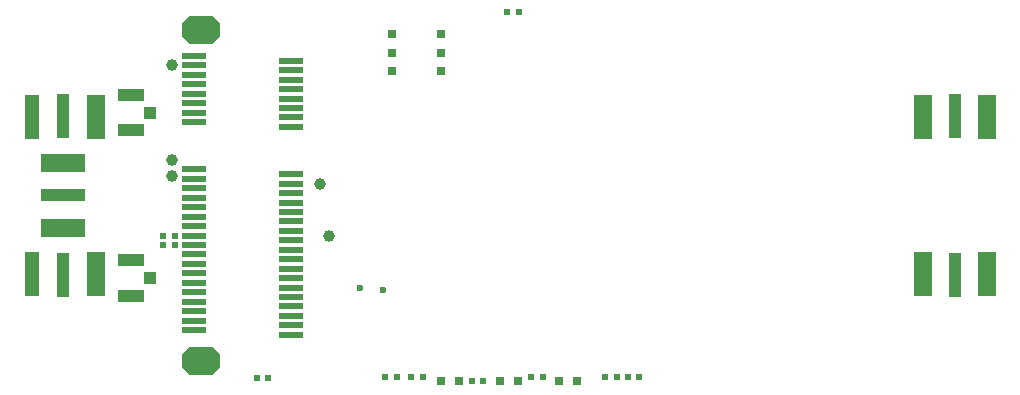
<source format=gtp>
G04*
G04 #@! TF.GenerationSoftware,Altium Limited,Altium Designer,18.1.6 (161)*
G04*
G04 Layer_Color=8421504*
%FSLAX24Y24*%
%MOIN*%
G70*
G01*
G75*
%ADD16R,0.0787X0.0197*%
%ADD17R,0.0197X0.0197*%
%ADD18R,0.0866X0.0433*%
%ADD19R,0.0413X0.0394*%
%ADD20C,0.0394*%
%ADD21R,0.0315X0.0315*%
%ADD22R,0.0315X0.0276*%
%ADD23R,0.1496X0.0591*%
%ADD24R,0.1457X0.0394*%
%ADD25R,0.0394X0.1457*%
%ADD26R,0.0591X0.1496*%
%ADD27R,0.0512X0.1496*%
G04:AMPARAMS|DCode=28|XSize=90.6mil|YSize=126mil|CornerRadius=0mil|HoleSize=0mil|Usage=FLASHONLY|Rotation=270.000|XOffset=0mil|YOffset=0mil|HoleType=Round|Shape=Octagon|*
%AMOCTAGOND28*
4,1,8,0.0630,0.0226,0.0630,-0.0226,0.0404,-0.0453,-0.0404,-0.0453,-0.0630,-0.0226,-0.0630,0.0226,-0.0404,0.0453,0.0404,0.0453,0.0630,0.0226,0.0*
%
%ADD28OCTAGOND28*%

%ADD29C,0.0236*%
G54D16*
X70433Y25669D02*
D03*
Y25984D02*
D03*
Y28504D02*
D03*
Y29449D02*
D03*
Y29764D02*
D03*
Y30079D02*
D03*
Y30394D02*
D03*
Y30709D02*
D03*
X73661Y30551D02*
D03*
Y30236D02*
D03*
Y29921D02*
D03*
Y29606D02*
D03*
Y29291D02*
D03*
Y28976D02*
D03*
Y28661D02*
D03*
Y28346D02*
D03*
Y26772D02*
D03*
Y26457D02*
D03*
Y26142D02*
D03*
Y25827D02*
D03*
Y25512D02*
D03*
Y25197D02*
D03*
Y24882D02*
D03*
Y24567D02*
D03*
Y24252D02*
D03*
Y23937D02*
D03*
Y23622D02*
D03*
Y23307D02*
D03*
Y22992D02*
D03*
Y22677D02*
D03*
Y22362D02*
D03*
Y22047D02*
D03*
Y21732D02*
D03*
Y21417D02*
D03*
X70433Y21575D02*
D03*
Y21890D02*
D03*
Y22205D02*
D03*
Y22520D02*
D03*
Y22835D02*
D03*
Y23150D02*
D03*
Y23465D02*
D03*
Y23780D02*
D03*
Y24094D02*
D03*
Y24409D02*
D03*
Y24724D02*
D03*
Y25039D02*
D03*
Y25354D02*
D03*
Y26299D02*
D03*
Y26614D02*
D03*
Y26929D02*
D03*
Y29134D02*
D03*
Y28819D02*
D03*
G54D17*
X69400Y24724D02*
D03*
X69793D02*
D03*
X69400Y24409D02*
D03*
X69793D02*
D03*
X84114Y20000D02*
D03*
X84508D02*
D03*
X79675Y19872D02*
D03*
X80069D02*
D03*
X76782Y20010D02*
D03*
X77175D02*
D03*
X78051D02*
D03*
X77657D02*
D03*
X81654Y20000D02*
D03*
X82047D02*
D03*
X84872Y20000D02*
D03*
X85266D02*
D03*
X81260Y32175D02*
D03*
X80866D02*
D03*
X72508Y19962D02*
D03*
X72902D02*
D03*
G54D18*
X68337Y28228D02*
D03*
Y29409D02*
D03*
Y22717D02*
D03*
Y23898D02*
D03*
G54D19*
X68967Y28819D02*
D03*
Y23307D02*
D03*
G54D20*
X69685Y27231D02*
D03*
X69695Y30394D02*
D03*
X74616Y26457D02*
D03*
X69685Y26722D02*
D03*
X74911Y24715D02*
D03*
G54D21*
X78661Y19882D02*
D03*
X79252D02*
D03*
X82598D02*
D03*
X83189D02*
D03*
X81220D02*
D03*
X80630D02*
D03*
G54D22*
X77008Y31457D02*
D03*
Y30197D02*
D03*
Y30827D02*
D03*
X78661Y30197D02*
D03*
Y30827D02*
D03*
Y31457D02*
D03*
G54D23*
X66063Y24980D02*
D03*
Y27146D02*
D03*
G54D24*
X66043Y26063D02*
D03*
G54D25*
X66063Y28701D02*
D03*
Y23425D02*
D03*
X95787Y28701D02*
D03*
Y23425D02*
D03*
G54D26*
X67146Y28681D02*
D03*
Y23445D02*
D03*
X96870Y28681D02*
D03*
X94705D02*
D03*
X96870Y23445D02*
D03*
X94705D02*
D03*
G54D27*
X65020Y28681D02*
D03*
Y23445D02*
D03*
G54D28*
X70669Y20551D02*
D03*
Y31575D02*
D03*
G54D29*
X75970Y22982D02*
D03*
X76722Y22894D02*
D03*
M02*

</source>
